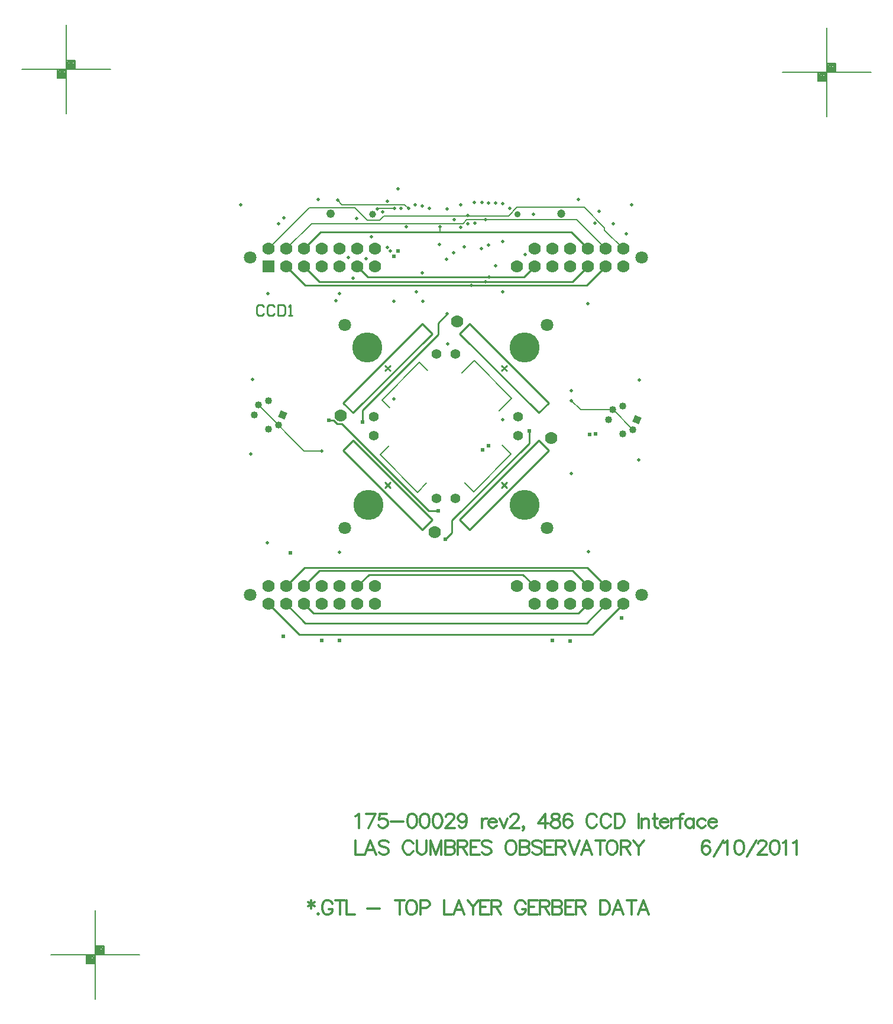
<source format=gtl>
%FSLAX25Y25*%
%MOIN*%
G70*
G01*
G75*
G04 Layer_Physical_Order=1*
G04 Layer_Color=255*
%ADD10C,0.01000*%
%ADD11C,0.00787*%
%ADD12C,0.00984*%
%ADD13C,0.00800*%
%ADD14C,0.01201*%
%ADD15C,0.01201*%
%ADD16C,0.01200*%
%ADD17P,0.05657X4X202.5*%
%ADD18C,0.04000*%
%ADD19C,0.07000*%
%ADD20R,0.07000X0.07000*%
%ADD21C,0.05512*%
%ADD22C,0.03543*%
%ADD23C,0.03937*%
%ADD24C,0.07087*%
%ADD25C,0.16929*%
%ADD26C,0.04724*%
%ADD27C,0.04807*%
%ADD28C,0.02400*%
%ADD29C,0.02000*%
D10*
X153537Y154915D02*
X156321Y157699D01*
X153537D02*
X156321Y154915D01*
X135442Y181362D02*
X179984Y136820D01*
X174416Y131252D02*
X179984Y136820D01*
X129874Y175794D02*
X174416Y131252D01*
X129874Y175794D02*
X135442Y181362D01*
X153537Y91935D02*
X156321Y89151D01*
X153537D02*
X156321Y91935D01*
X135442Y65488D02*
X179984Y110030D01*
X129874Y71056D02*
X135442Y65488D01*
X129874Y71056D02*
X174416Y115598D01*
X179984Y110030D01*
X87773Y89151D02*
X90557Y91935D01*
X87773D02*
X90557Y89151D01*
X64110Y110030D02*
X108652Y65488D01*
X64110Y110030D02*
X69678Y115598D01*
X114220Y71056D01*
X108652Y65488D02*
X114220Y71056D01*
X87773Y157699D02*
X90557Y154915D01*
X87773D02*
X90557Y157699D01*
X64110Y136820D02*
X108653Y181362D01*
X114220Y175794D01*
X69678Y131252D02*
X114220Y175794D01*
X64110Y136820D02*
X69678Y131252D01*
X19399Y191198D02*
X18399Y192198D01*
X16400D01*
X15400Y191198D01*
Y187200D01*
X16400Y186200D01*
X18399D01*
X19399Y187200D01*
X25397Y191198D02*
X24397Y192198D01*
X22398D01*
X21398Y191198D01*
Y187200D01*
X22398Y186200D01*
X24397D01*
X25397Y187200D01*
X27396Y192198D02*
Y186200D01*
X30395D01*
X31395Y187200D01*
Y191198D01*
X30395Y192198D01*
X27396D01*
X33394Y186200D02*
X35394D01*
X34394D01*
Y192198D01*
X33394Y191198D01*
D11*
X152110Y132452D02*
X159181Y139523D01*
X137968Y160737D02*
X159181Y139523D01*
X130897Y153666D02*
X137968Y160737D01*
X84913Y107721D02*
X106126Y86507D01*
X84913Y107721D02*
X89996Y112804D01*
X106126Y86507D02*
X111209Y91591D01*
X85958Y138517D02*
X107172Y159731D01*
X85958Y138517D02*
X90488Y133988D01*
X107172Y159731D02*
X111701Y155201D01*
X137632Y86844D02*
X158845Y108057D01*
X153801Y113101D02*
X158845Y108057D01*
X132776Y91700D02*
X137632Y86844D01*
X132776Y91700D02*
Y92076D01*
D12*
X125492Y70570D02*
X169147Y114225D01*
X125492Y63870D02*
Y70570D01*
X121847Y60225D02*
X125492Y63870D01*
X117647Y175525D02*
Y181825D01*
X74947Y132825D02*
X117647Y175525D01*
X74947Y126225D02*
Y132825D01*
X169147Y114225D02*
Y121125D01*
X112447Y76025D02*
X117847D01*
X55947Y127125D02*
X58624D01*
X60718Y125031D01*
X63441D01*
X112447Y76025D01*
X196852Y18425D02*
X202049Y23622D01*
X47246Y18425D02*
X196852D01*
X42049Y23622D02*
X47246Y18425D01*
X22049Y23622D02*
X39346Y6325D01*
X204752D01*
X222049Y23622D01*
X32049D02*
X42846Y12825D01*
X201252D01*
X212049Y23622D01*
X42049Y223622D02*
X51452Y233025D01*
X192646D02*
X202049Y223622D01*
X82049Y213622D02*
X82852Y214425D01*
X51452Y233025D02*
X118700D01*
X192646D01*
X72049Y33622D02*
X78652Y40225D01*
X165446D01*
X172049Y33622D01*
X42049D02*
X50727Y42300D01*
X193371D01*
X202049Y33622D01*
X32049D02*
X42527Y44100D01*
X201571D01*
X212049Y33622D01*
X42049Y213622D02*
X50771Y204900D01*
X193327D02*
X202049Y213622D01*
X32049D02*
X42571Y203100D01*
X201527D02*
X212049Y213622D01*
X72049D02*
X78071Y207600D01*
X166027D02*
X172049Y213622D01*
X78071Y207600D02*
X146300D01*
X166027D01*
X50771Y204900D02*
X193327D01*
X42571Y203100D02*
X201527D01*
X117647Y181825D02*
X122747Y186925D01*
D13*
X118700Y233025D02*
Y236000D01*
X42200Y109800D02*
X51900D01*
X32049Y223622D02*
X46227Y237800D01*
X131600D01*
X133700Y239900D01*
X195771D02*
X212049Y223622D01*
X211500Y234171D02*
X222049Y223622D01*
X211500Y234171D02*
Y235500D01*
X200100Y246900D02*
X211500Y235500D01*
X162100Y246900D02*
X200100D01*
X157300Y242100D02*
X162100Y246900D01*
X84600Y239700D02*
X87000Y242100D01*
X77700Y239700D02*
X84600D01*
X70700Y246700D02*
X77700Y239700D01*
X45127Y246700D02*
X70700D01*
X22049Y223622D02*
X45127Y246700D01*
X87000Y242100D02*
X157300D01*
X133700Y239900D02*
X195771D01*
X98857Y248500D02*
X100900Y246457D01*
X63400Y248500D02*
X98857D01*
X60900Y251000D02*
X63400Y248500D01*
X83920Y246520D02*
X93020D01*
X83500Y246100D02*
X83920Y246520D01*
X216300Y132900D02*
X227500Y121700D01*
X192600Y138212D02*
X197912Y132900D01*
X216100D01*
X16400Y135600D02*
X42200Y109800D01*
X-100500Y-173800D02*
X-50500D01*
X-75500Y-198800D02*
Y-148800D01*
X-70500Y-173800D02*
Y-168800D01*
X-75500D02*
X-70500D01*
X-80500Y-178800D02*
Y-173800D01*
Y-178800D02*
X-75500D01*
X-80000Y-174300D02*
X-76000D01*
X-80000Y-178300D02*
Y-174300D01*
Y-178300D02*
X-76000D01*
Y-174300D01*
X-79500Y-174800D02*
X-76500D01*
X-79500Y-177800D02*
Y-174800D01*
Y-177800D02*
X-76500D01*
Y-175300D01*
X-79000D02*
X-77000D01*
X-79000Y-177300D02*
Y-175300D01*
Y-177300D02*
X-77000D01*
Y-175800D01*
X-78500D02*
X-77500D01*
X-78500Y-176800D02*
Y-175800D01*
Y-176800D02*
X-77500D01*
Y-175800D01*
X-78500Y-176300D02*
X-77500D01*
X-75000Y-169300D02*
X-71000D01*
X-75000Y-173300D02*
Y-169300D01*
Y-173300D02*
X-71000D01*
Y-169300D01*
X-74500Y-169800D02*
X-71500D01*
X-74500Y-172800D02*
Y-169800D01*
Y-172800D02*
X-71500D01*
Y-170300D01*
X-74000D02*
X-72000D01*
X-74000Y-172300D02*
Y-170300D01*
Y-172300D02*
X-72000D01*
Y-170800D01*
X-73500D02*
X-72500D01*
X-73500Y-171800D02*
Y-170800D01*
Y-171800D02*
X-72500D01*
Y-170800D01*
X-73500Y-171300D02*
X-72500D01*
X-116900Y324700D02*
X-66900D01*
X-91900Y299700D02*
Y349700D01*
X-86900Y324700D02*
Y329700D01*
X-91900D02*
X-86900D01*
X-96900Y319700D02*
Y324700D01*
Y319700D02*
X-91900D01*
X-96400Y324200D02*
X-92400D01*
X-96400Y320200D02*
Y324200D01*
Y320200D02*
X-92400D01*
Y324200D01*
X-95900Y323700D02*
X-92900D01*
X-95900Y320700D02*
Y323700D01*
Y320700D02*
X-92900D01*
Y323200D01*
X-95400D02*
X-93400D01*
X-95400Y321200D02*
Y323200D01*
Y321200D02*
X-93400D01*
Y322700D01*
X-94900D02*
X-93900D01*
X-94900Y321700D02*
Y322700D01*
Y321700D02*
X-93900D01*
Y322700D01*
X-94900Y322200D02*
X-93900D01*
X-91400Y329200D02*
X-87400D01*
X-91400Y325200D02*
Y329200D01*
Y325200D02*
X-87400D01*
Y329200D01*
X-90900Y328700D02*
X-87900D01*
X-90900Y325700D02*
Y328700D01*
Y325700D02*
X-87900D01*
Y328200D01*
X-90400D02*
X-88400D01*
X-90400Y326200D02*
Y328200D01*
Y326200D02*
X-88400D01*
Y327700D01*
X-89900D02*
X-88900D01*
X-89900Y326700D02*
Y327700D01*
Y326700D02*
X-88900D01*
Y327700D01*
X-89900Y327200D02*
X-88900D01*
X311700Y323100D02*
X361700D01*
X336700Y298100D02*
Y348100D01*
X341700Y323100D02*
Y328100D01*
X336700D02*
X341700D01*
X331700Y318100D02*
Y323100D01*
Y318100D02*
X336700D01*
X332200Y322600D02*
X336200D01*
X332200Y318600D02*
Y322600D01*
Y318600D02*
X336200D01*
Y322600D01*
X332700Y322100D02*
X335700D01*
X332700Y319100D02*
Y322100D01*
Y319100D02*
X335700D01*
Y321600D01*
X333200D02*
X335200D01*
X333200Y319600D02*
Y321600D01*
Y319600D02*
X335200D01*
Y321100D01*
X333700D02*
X334700D01*
X333700Y320100D02*
Y321100D01*
Y320100D02*
X334700D01*
Y321100D01*
X333700Y320600D02*
X334700D01*
X337200Y327600D02*
X341200D01*
X337200Y323600D02*
Y327600D01*
Y323600D02*
X341200D01*
Y327600D01*
X337700Y327100D02*
X340700D01*
X337700Y324100D02*
Y327100D01*
Y324100D02*
X340700D01*
Y326600D01*
X338200D02*
X340200D01*
X338200Y324600D02*
Y326600D01*
Y324600D02*
X340200D01*
Y326100D01*
X338700D02*
X339700D01*
X338700Y325100D02*
Y326100D01*
Y325100D02*
X339700D01*
Y326100D01*
X338700Y325600D02*
X339700D01*
D14*
X46196Y-143281D02*
Y-147852D01*
X44291Y-144424D02*
X48100Y-146709D01*
Y-144424D02*
X44291Y-146709D01*
X50119Y-150518D02*
X49738Y-150899D01*
X50119Y-151279D01*
X50499Y-150899D01*
X50119Y-150518D01*
X57965Y-145186D02*
X57584Y-144424D01*
X56822Y-143662D01*
X56060Y-143281D01*
X54537D01*
X53775Y-143662D01*
X53013Y-144424D01*
X52632Y-145186D01*
X52251Y-146328D01*
Y-148232D01*
X52632Y-149375D01*
X53013Y-150137D01*
X53775Y-150899D01*
X54537Y-151279D01*
X56060D01*
X56822Y-150899D01*
X57584Y-150137D01*
X57965Y-149375D01*
Y-148232D01*
X56060D02*
X57965D01*
X62459Y-143281D02*
Y-151279D01*
X59793Y-143281D02*
X65125D01*
X66077D02*
Y-151279D01*
X70648D01*
X77808Y-147852D02*
X84664D01*
X95976Y-143281D02*
Y-151279D01*
X93309Y-143281D02*
X98642D01*
X101879D02*
X101117Y-143662D01*
X100356Y-144424D01*
X99975Y-145186D01*
X99594Y-146328D01*
Y-148232D01*
X99975Y-149375D01*
X100356Y-150137D01*
X101117Y-150899D01*
X101879Y-151279D01*
X103402D01*
X104164Y-150899D01*
X104926Y-150137D01*
X105307Y-149375D01*
X105688Y-148232D01*
Y-146328D01*
X105307Y-145186D01*
X104926Y-144424D01*
X104164Y-143662D01*
X103402Y-143281D01*
X101879D01*
X107554Y-147471D02*
X110982D01*
X112124Y-147090D01*
X112505Y-146709D01*
X112886Y-145947D01*
Y-144805D01*
X112505Y-144043D01*
X112124Y-143662D01*
X110982Y-143281D01*
X107554D01*
Y-151279D01*
X120961Y-143281D02*
Y-151279D01*
X125531D01*
X132501D02*
X129454Y-143281D01*
X126407Y-151279D01*
X127550Y-148613D02*
X131358D01*
X134367Y-143281D02*
X137414Y-147090D01*
Y-151279D01*
X140461Y-143281D02*
X137414Y-147090D01*
X146441Y-143281D02*
X141490D01*
Y-151279D01*
X146441D01*
X141490Y-147090D02*
X144536D01*
X147774Y-143281D02*
Y-151279D01*
Y-143281D02*
X151202D01*
X152344Y-143662D01*
X152725Y-144043D01*
X153106Y-144805D01*
Y-145566D01*
X152725Y-146328D01*
X152344Y-146709D01*
X151202Y-147090D01*
X147774D01*
X150440D02*
X153106Y-151279D01*
X166894Y-145186D02*
X166513Y-144424D01*
X165751Y-143662D01*
X164989Y-143281D01*
X163466D01*
X162704Y-143662D01*
X161942Y-144424D01*
X161561Y-145186D01*
X161181Y-146328D01*
Y-148232D01*
X161561Y-149375D01*
X161942Y-150137D01*
X162704Y-150899D01*
X163466Y-151279D01*
X164989D01*
X165751Y-150899D01*
X166513Y-150137D01*
X166894Y-149375D01*
Y-148232D01*
X164989D02*
X166894D01*
X173673Y-143281D02*
X168722D01*
Y-151279D01*
X173673D01*
X168722Y-147090D02*
X171769D01*
X175006Y-143281D02*
Y-151279D01*
Y-143281D02*
X178434D01*
X179577Y-143662D01*
X179957Y-144043D01*
X180338Y-144805D01*
Y-145566D01*
X179957Y-146328D01*
X179577Y-146709D01*
X178434Y-147090D01*
X175006D01*
X177672D02*
X180338Y-151279D01*
X182129Y-143281D02*
Y-151279D01*
Y-143281D02*
X185556D01*
X186699Y-143662D01*
X187080Y-144043D01*
X187461Y-144805D01*
Y-145566D01*
X187080Y-146328D01*
X186699Y-146709D01*
X185556Y-147090D01*
X182129D02*
X185556D01*
X186699Y-147471D01*
X187080Y-147852D01*
X187461Y-148613D01*
Y-149756D01*
X187080Y-150518D01*
X186699Y-150899D01*
X185556Y-151279D01*
X182129D01*
X194202Y-143281D02*
X189251D01*
Y-151279D01*
X194202D01*
X189251Y-147090D02*
X192298D01*
X195535Y-143281D02*
Y-151279D01*
Y-143281D02*
X198963D01*
X200106Y-143662D01*
X200486Y-144043D01*
X200867Y-144805D01*
Y-145566D01*
X200486Y-146328D01*
X200106Y-146709D01*
X198963Y-147090D01*
X195535D01*
X198201D02*
X200867Y-151279D01*
X208942Y-143281D02*
Y-151279D01*
Y-143281D02*
X211608D01*
X212751Y-143662D01*
X213512Y-144424D01*
X213893Y-145186D01*
X214274Y-146328D01*
Y-148232D01*
X213893Y-149375D01*
X213512Y-150137D01*
X212751Y-150899D01*
X211608Y-151279D01*
X208942D01*
X222158D02*
X219111Y-143281D01*
X216064Y-151279D01*
X217207Y-148613D02*
X221015D01*
X226690Y-143281D02*
Y-151279D01*
X224024Y-143281D02*
X229356D01*
X236403Y-151279D02*
X233356Y-143281D01*
X230309Y-151279D01*
X231451Y-148613D02*
X235260D01*
D15*
X71020Y-109455D02*
Y-117454D01*
X75590D01*
X82560D02*
X79513Y-109455D01*
X76466Y-117454D01*
X77609Y-114787D02*
X81417D01*
X89758Y-110598D02*
X88997Y-109836D01*
X87854Y-109455D01*
X86331D01*
X85188Y-109836D01*
X84426Y-110598D01*
Y-111360D01*
X84807Y-112121D01*
X85188Y-112502D01*
X85950Y-112883D01*
X88235Y-113645D01*
X88997Y-114026D01*
X89378Y-114407D01*
X89758Y-115168D01*
Y-116311D01*
X88997Y-117073D01*
X87854Y-117454D01*
X86331D01*
X85188Y-117073D01*
X84426Y-116311D01*
X103546Y-111360D02*
X103165Y-110598D01*
X102403Y-109836D01*
X101642Y-109455D01*
X100118D01*
X99356Y-109836D01*
X98595Y-110598D01*
X98214Y-111360D01*
X97833Y-112502D01*
Y-114407D01*
X98214Y-115549D01*
X98595Y-116311D01*
X99356Y-117073D01*
X100118Y-117454D01*
X101642D01*
X102403Y-117073D01*
X103165Y-116311D01*
X103546Y-115549D01*
X105793Y-109455D02*
Y-115168D01*
X106174Y-116311D01*
X106936Y-117073D01*
X108078Y-117454D01*
X108840D01*
X109983Y-117073D01*
X110745Y-116311D01*
X111125Y-115168D01*
Y-109455D01*
X113334D02*
Y-117454D01*
Y-109455D02*
X116381Y-117454D01*
X119428Y-109455D02*
X116381Y-117454D01*
X119428Y-109455D02*
Y-117454D01*
X121714Y-109455D02*
Y-117454D01*
Y-109455D02*
X125141D01*
X126284Y-109836D01*
X126665Y-110217D01*
X127046Y-110979D01*
Y-111741D01*
X126665Y-112502D01*
X126284Y-112883D01*
X125141Y-113264D01*
X121714D02*
X125141D01*
X126284Y-113645D01*
X126665Y-114026D01*
X127046Y-114787D01*
Y-115930D01*
X126665Y-116692D01*
X126284Y-117073D01*
X125141Y-117454D01*
X121714D01*
X128836Y-109455D02*
Y-117454D01*
Y-109455D02*
X132264D01*
X133406Y-109836D01*
X133787Y-110217D01*
X134168Y-110979D01*
Y-111741D01*
X133787Y-112502D01*
X133406Y-112883D01*
X132264Y-113264D01*
X128836D01*
X131502D02*
X134168Y-117454D01*
X140909Y-109455D02*
X135958D01*
Y-117454D01*
X140909D01*
X135958Y-113264D02*
X139005D01*
X147575Y-110598D02*
X146813Y-109836D01*
X145670Y-109455D01*
X144147D01*
X143004Y-109836D01*
X142243Y-110598D01*
Y-111360D01*
X142623Y-112121D01*
X143004Y-112502D01*
X143766Y-112883D01*
X146051Y-113645D01*
X146813Y-114026D01*
X147194Y-114407D01*
X147575Y-115168D01*
Y-116311D01*
X146813Y-117073D01*
X145670Y-117454D01*
X144147D01*
X143004Y-117073D01*
X142243Y-116311D01*
X157934Y-109455D02*
X157173Y-109836D01*
X156411Y-110598D01*
X156030Y-111360D01*
X155649Y-112502D01*
Y-114407D01*
X156030Y-115549D01*
X156411Y-116311D01*
X157173Y-117073D01*
X157934Y-117454D01*
X159458D01*
X160220Y-117073D01*
X160981Y-116311D01*
X161362Y-115549D01*
X161743Y-114407D01*
Y-112502D01*
X161362Y-111360D01*
X160981Y-110598D01*
X160220Y-109836D01*
X159458Y-109455D01*
X157934D01*
X163609D02*
Y-117454D01*
Y-109455D02*
X167037D01*
X168180Y-109836D01*
X168561Y-110217D01*
X168941Y-110979D01*
Y-111741D01*
X168561Y-112502D01*
X168180Y-112883D01*
X167037Y-113264D01*
X163609D02*
X167037D01*
X168180Y-113645D01*
X168561Y-114026D01*
X168941Y-114787D01*
Y-115930D01*
X168561Y-116692D01*
X168180Y-117073D01*
X167037Y-117454D01*
X163609D01*
X176064Y-110598D02*
X175302Y-109836D01*
X174160Y-109455D01*
X172636D01*
X171493Y-109836D01*
X170732Y-110598D01*
Y-111360D01*
X171113Y-112121D01*
X171493Y-112502D01*
X172255Y-112883D01*
X174540Y-113645D01*
X175302Y-114026D01*
X175683Y-114407D01*
X176064Y-115168D01*
Y-116311D01*
X175302Y-117073D01*
X174160Y-117454D01*
X172636D01*
X171493Y-117073D01*
X170732Y-116311D01*
X182805Y-109455D02*
X177854D01*
Y-117454D01*
X182805D01*
X177854Y-113264D02*
X180901D01*
X184138Y-109455D02*
Y-117454D01*
Y-109455D02*
X187566D01*
X188709Y-109836D01*
X189090Y-110217D01*
X189471Y-110979D01*
Y-111741D01*
X189090Y-112502D01*
X188709Y-112883D01*
X187566Y-113264D01*
X184138D01*
X186804D02*
X189471Y-117454D01*
X191261Y-109455D02*
X194307Y-117454D01*
X197354Y-109455D02*
X194307Y-117454D01*
X204477D02*
X201430Y-109455D01*
X198383Y-117454D01*
X199525Y-114787D02*
X203334D01*
X209009Y-109455D02*
Y-117454D01*
X206343Y-109455D02*
X211675D01*
X214913D02*
X214151Y-109836D01*
X213389Y-110598D01*
X213008Y-111360D01*
X212627Y-112502D01*
Y-114407D01*
X213008Y-115549D01*
X213389Y-116311D01*
X214151Y-117073D01*
X214913Y-117454D01*
X216436D01*
X217198Y-117073D01*
X217960Y-116311D01*
X218340Y-115549D01*
X218721Y-114407D01*
Y-112502D01*
X218340Y-111360D01*
X217960Y-110598D01*
X217198Y-109836D01*
X216436Y-109455D01*
X214913D01*
X220588D02*
Y-117454D01*
Y-109455D02*
X224015D01*
X225158Y-109836D01*
X225539Y-110217D01*
X225920Y-110979D01*
Y-111741D01*
X225539Y-112502D01*
X225158Y-112883D01*
X224015Y-113264D01*
X220588D01*
X223254D02*
X225920Y-117454D01*
X227710Y-109455D02*
X230757Y-113264D01*
Y-117454D01*
X233804Y-109455D02*
X230757Y-113264D01*
X270825Y-110598D02*
X270444Y-109836D01*
X269301Y-109455D01*
X268539D01*
X267397Y-109836D01*
X266635Y-110979D01*
X266254Y-112883D01*
Y-114787D01*
X266635Y-116311D01*
X267397Y-117073D01*
X268539Y-117454D01*
X268920D01*
X270063Y-117073D01*
X270825Y-116311D01*
X271205Y-115168D01*
Y-114787D01*
X270825Y-113645D01*
X270063Y-112883D01*
X268920Y-112502D01*
X268539D01*
X267397Y-112883D01*
X266635Y-113645D01*
X266254Y-114787D01*
X272957Y-118596D02*
X278290Y-109455D01*
X278823Y-110979D02*
X279585Y-110598D01*
X280727Y-109455D01*
Y-117454D01*
X286973Y-109455D02*
X285831Y-109836D01*
X285069Y-110979D01*
X284688Y-112883D01*
Y-114026D01*
X285069Y-115930D01*
X285831Y-117073D01*
X286973Y-117454D01*
X287735D01*
X288878Y-117073D01*
X289639Y-115930D01*
X290020Y-114026D01*
Y-112883D01*
X289639Y-110979D01*
X288878Y-109836D01*
X287735Y-109455D01*
X286973D01*
X291810Y-118596D02*
X297143Y-109455D01*
X298057Y-111360D02*
Y-110979D01*
X298438Y-110217D01*
X298818Y-109836D01*
X299580Y-109455D01*
X301104D01*
X301865Y-109836D01*
X302246Y-110217D01*
X302627Y-110979D01*
Y-111741D01*
X302246Y-112502D01*
X301485Y-113645D01*
X297676Y-117454D01*
X303008D01*
X307083Y-109455D02*
X305941Y-109836D01*
X305179Y-110979D01*
X304798Y-112883D01*
Y-114026D01*
X305179Y-115930D01*
X305941Y-117073D01*
X307083Y-117454D01*
X307845D01*
X308988Y-117073D01*
X309750Y-115930D01*
X310130Y-114026D01*
Y-112883D01*
X309750Y-110979D01*
X308988Y-109836D01*
X307845Y-109455D01*
X307083D01*
X311920Y-110979D02*
X312682Y-110598D01*
X313825Y-109455D01*
Y-117454D01*
X317786Y-110979D02*
X318548Y-110598D01*
X319690Y-109455D01*
Y-117454D01*
D16*
X71020Y-95977D02*
X71781Y-95596D01*
X72924Y-94454D01*
Y-102452D01*
X82217Y-94454D02*
X78409Y-102452D01*
X76885Y-94454D02*
X82217D01*
X88578D02*
X84769D01*
X84388Y-97882D01*
X84769Y-97501D01*
X85912Y-97120D01*
X87054D01*
X88197Y-97501D01*
X88959Y-98262D01*
X89340Y-99405D01*
Y-100167D01*
X88959Y-101309D01*
X88197Y-102071D01*
X87054Y-102452D01*
X85912D01*
X84769Y-102071D01*
X84388Y-101690D01*
X84007Y-100928D01*
X91130Y-99024D02*
X97985D01*
X102632Y-94454D02*
X101489Y-94835D01*
X100728Y-95977D01*
X100347Y-97882D01*
Y-99024D01*
X100728Y-100928D01*
X101489Y-102071D01*
X102632Y-102452D01*
X103394D01*
X104536Y-102071D01*
X105298Y-100928D01*
X105679Y-99024D01*
Y-97882D01*
X105298Y-95977D01*
X104536Y-94835D01*
X103394Y-94454D01*
X102632D01*
X109754D02*
X108612Y-94835D01*
X107850Y-95977D01*
X107469Y-97882D01*
Y-99024D01*
X107850Y-100928D01*
X108612Y-102071D01*
X109754Y-102452D01*
X110516D01*
X111659Y-102071D01*
X112420Y-100928D01*
X112801Y-99024D01*
Y-97882D01*
X112420Y-95977D01*
X111659Y-94835D01*
X110516Y-94454D01*
X109754D01*
X116876D02*
X115734Y-94835D01*
X114972Y-95977D01*
X114591Y-97882D01*
Y-99024D01*
X114972Y-100928D01*
X115734Y-102071D01*
X116876Y-102452D01*
X117638D01*
X118781Y-102071D01*
X119543Y-100928D01*
X119923Y-99024D01*
Y-97882D01*
X119543Y-95977D01*
X118781Y-94835D01*
X117638Y-94454D01*
X116876D01*
X122094Y-96358D02*
Y-95977D01*
X122475Y-95215D01*
X122856Y-94835D01*
X123618Y-94454D01*
X125141D01*
X125903Y-94835D01*
X126284Y-95215D01*
X126665Y-95977D01*
Y-96739D01*
X126284Y-97501D01*
X125522Y-98643D01*
X121714Y-102452D01*
X127046D01*
X133787Y-97120D02*
X133406Y-98262D01*
X132644Y-99024D01*
X131502Y-99405D01*
X131121D01*
X129978Y-99024D01*
X129217Y-98262D01*
X128836Y-97120D01*
Y-96739D01*
X129217Y-95596D01*
X129978Y-94835D01*
X131121Y-94454D01*
X131502D01*
X132644Y-94835D01*
X133406Y-95596D01*
X133787Y-97120D01*
Y-99024D01*
X133406Y-100928D01*
X132644Y-102071D01*
X131502Y-102452D01*
X130740D01*
X129598Y-102071D01*
X129217Y-101309D01*
X142243Y-97120D02*
Y-102452D01*
Y-99405D02*
X142623Y-98262D01*
X143385Y-97501D01*
X144147Y-97120D01*
X145290D01*
X146013Y-99405D02*
X150584D01*
Y-98643D01*
X150203Y-97882D01*
X149822Y-97501D01*
X149060Y-97120D01*
X147917D01*
X147156Y-97501D01*
X146394Y-98262D01*
X146013Y-99405D01*
Y-100167D01*
X146394Y-101309D01*
X147156Y-102071D01*
X147917Y-102452D01*
X149060D01*
X149822Y-102071D01*
X150584Y-101309D01*
X152297Y-97120D02*
X154583Y-102452D01*
X156868Y-97120D02*
X154583Y-102452D01*
X158544Y-96358D02*
Y-95977D01*
X158925Y-95215D01*
X159306Y-94835D01*
X160067Y-94454D01*
X161591D01*
X162353Y-94835D01*
X162733Y-95215D01*
X163114Y-95977D01*
Y-96739D01*
X162733Y-97501D01*
X161972Y-98643D01*
X158163Y-102452D01*
X163495D01*
X166047Y-102071D02*
X165666Y-102452D01*
X165285Y-102071D01*
X165666Y-101690D01*
X166047Y-102071D01*
Y-102833D01*
X165666Y-103595D01*
X165285Y-103975D01*
X177892Y-94454D02*
X174083Y-99786D01*
X179796D01*
X177892Y-94454D02*
Y-102452D01*
X183110Y-94454D02*
X181967Y-94835D01*
X181586Y-95596D01*
Y-96358D01*
X181967Y-97120D01*
X182729Y-97501D01*
X184253Y-97882D01*
X185395Y-98262D01*
X186157Y-99024D01*
X186538Y-99786D01*
Y-100928D01*
X186157Y-101690D01*
X185776Y-102071D01*
X184633Y-102452D01*
X183110D01*
X181967Y-102071D01*
X181586Y-101690D01*
X181206Y-100928D01*
Y-99786D01*
X181586Y-99024D01*
X182348Y-98262D01*
X183491Y-97882D01*
X185014Y-97501D01*
X185776Y-97120D01*
X186157Y-96358D01*
Y-95596D01*
X185776Y-94835D01*
X184633Y-94454D01*
X183110D01*
X192898Y-95596D02*
X192517Y-94835D01*
X191375Y-94454D01*
X190613D01*
X189471Y-94835D01*
X188709Y-95977D01*
X188328Y-97882D01*
Y-99786D01*
X188709Y-101309D01*
X189471Y-102071D01*
X190613Y-102452D01*
X190994D01*
X192137Y-102071D01*
X192898Y-101309D01*
X193279Y-100167D01*
Y-99786D01*
X192898Y-98643D01*
X192137Y-97882D01*
X190994Y-97501D01*
X190613D01*
X189471Y-97882D01*
X188709Y-98643D01*
X188328Y-99786D01*
X207029Y-96358D02*
X206648Y-95596D01*
X205886Y-94835D01*
X205124Y-94454D01*
X203601D01*
X202839Y-94835D01*
X202077Y-95596D01*
X201696Y-96358D01*
X201315Y-97501D01*
Y-99405D01*
X201696Y-100548D01*
X202077Y-101309D01*
X202839Y-102071D01*
X203601Y-102452D01*
X205124D01*
X205886Y-102071D01*
X206648Y-101309D01*
X207029Y-100548D01*
X214989Y-96358D02*
X214608Y-95596D01*
X213846Y-94835D01*
X213085Y-94454D01*
X211561D01*
X210799Y-94835D01*
X210037Y-95596D01*
X209657Y-96358D01*
X209276Y-97501D01*
Y-99405D01*
X209657Y-100548D01*
X210037Y-101309D01*
X210799Y-102071D01*
X211561Y-102452D01*
X213085D01*
X213846Y-102071D01*
X214608Y-101309D01*
X214989Y-100548D01*
X217236Y-94454D02*
Y-102452D01*
Y-94454D02*
X219902D01*
X221045Y-94835D01*
X221806Y-95596D01*
X222187Y-96358D01*
X222568Y-97501D01*
Y-99405D01*
X222187Y-100548D01*
X221806Y-101309D01*
X221045Y-102071D01*
X219902Y-102452D01*
X217236D01*
X230643Y-94454D02*
Y-102452D01*
X232318Y-97120D02*
Y-102452D01*
Y-98643D02*
X233461Y-97501D01*
X234223Y-97120D01*
X235365D01*
X236127Y-97501D01*
X236508Y-98643D01*
Y-102452D01*
X239745Y-94454D02*
Y-100928D01*
X240126Y-102071D01*
X240888Y-102452D01*
X241650D01*
X238603Y-97120D02*
X241269D01*
X242792Y-99405D02*
X247363D01*
Y-98643D01*
X246982Y-97882D01*
X246601Y-97501D01*
X245839Y-97120D01*
X244697D01*
X243935Y-97501D01*
X243173Y-98262D01*
X242792Y-99405D01*
Y-100167D01*
X243173Y-101309D01*
X243935Y-102071D01*
X244697Y-102452D01*
X245839D01*
X246601Y-102071D01*
X247363Y-101309D01*
X249077Y-97120D02*
Y-102452D01*
Y-99405D02*
X249458Y-98262D01*
X250219Y-97501D01*
X250981Y-97120D01*
X252124D01*
X255894Y-94454D02*
X255133D01*
X254371Y-94835D01*
X253990Y-95977D01*
Y-102452D01*
X252847Y-97120D02*
X255514D01*
X261607D02*
Y-102452D01*
Y-98262D02*
X260846Y-97501D01*
X260084Y-97120D01*
X258941D01*
X258180Y-97501D01*
X257418Y-98262D01*
X257037Y-99405D01*
Y-100167D01*
X257418Y-101309D01*
X258180Y-102071D01*
X258941Y-102452D01*
X260084D01*
X260846Y-102071D01*
X261607Y-101309D01*
X268311Y-98262D02*
X267549Y-97501D01*
X266787Y-97120D01*
X265645D01*
X264883Y-97501D01*
X264121Y-98262D01*
X263740Y-99405D01*
Y-100167D01*
X264121Y-101309D01*
X264883Y-102071D01*
X265645Y-102452D01*
X266787D01*
X267549Y-102071D01*
X268311Y-101309D01*
X270025Y-99405D02*
X274595D01*
Y-98643D01*
X274214Y-97882D01*
X273833Y-97501D01*
X273072Y-97120D01*
X271929D01*
X271167Y-97501D01*
X270406Y-98262D01*
X270025Y-99405D01*
Y-100167D01*
X270406Y-101309D01*
X271167Y-102071D01*
X271929Y-102452D01*
X273072D01*
X273833Y-102071D01*
X274595Y-101309D01*
D17*
X30000Y130100D02*
D03*
X229700Y127400D02*
D03*
D18*
X27800Y124400D02*
D03*
X22000Y122000D02*
D03*
X13938Y130000D02*
D03*
X16400Y135600D02*
D03*
X22000Y137900D02*
D03*
X227500Y121700D02*
D03*
X221700Y119300D02*
D03*
X213638Y127300D02*
D03*
X216100Y132900D02*
D03*
X221700Y135200D02*
D03*
D19*
X128482Y182754D02*
D03*
X32049Y213622D02*
D03*
X42049D02*
D03*
X52049D02*
D03*
X62049D02*
D03*
X72049D02*
D03*
X82049D02*
D03*
X162049D02*
D03*
X172049D02*
D03*
X182049D02*
D03*
X192049D02*
D03*
X202049D02*
D03*
X212049D02*
D03*
X222049D02*
D03*
X22049Y223622D02*
D03*
X32049D02*
D03*
X42049D02*
D03*
X52049D02*
D03*
X62049D02*
D03*
X72049D02*
D03*
X82049D02*
D03*
X172049D02*
D03*
X182049D02*
D03*
X192049D02*
D03*
X202049D02*
D03*
X212049D02*
D03*
X222049D02*
D03*
X22049Y33622D02*
D03*
X32049D02*
D03*
X42049D02*
D03*
X52049D02*
D03*
X62049D02*
D03*
X72049D02*
D03*
X82049D02*
D03*
X162049D02*
D03*
X172049D02*
D03*
X182049D02*
D03*
X192049D02*
D03*
X202049D02*
D03*
X212049D02*
D03*
X222049D02*
D03*
X22049Y23622D02*
D03*
X32049D02*
D03*
X42049D02*
D03*
X52049D02*
D03*
X62049D02*
D03*
X72049D02*
D03*
X82049D02*
D03*
X172049D02*
D03*
X182049D02*
D03*
X192049D02*
D03*
X202049D02*
D03*
X212049D02*
D03*
X222049D02*
D03*
X181376Y116990D02*
D03*
X115612Y64096D02*
D03*
X62718Y129860D02*
D03*
D20*
X22049Y213622D02*
D03*
D21*
X127362Y164272D02*
D03*
X162717Y128917D02*
D03*
X81377Y118327D02*
D03*
X116733Y82972D02*
D03*
X81397Y128937D02*
D03*
X116753Y164292D02*
D03*
X127362Y82972D02*
D03*
X162717Y118327D02*
D03*
D22*
X162508Y242913D02*
D03*
D23*
X80618D02*
D03*
D24*
X232283Y28622D02*
D03*
X11811D02*
D03*
X232283Y218622D02*
D03*
X179134Y180709D02*
D03*
Y66535D02*
D03*
X64961D02*
D03*
X11811Y218622D02*
D03*
X64961Y180709D02*
D03*
D25*
X78240Y79527D02*
D03*
X166339Y79331D02*
D03*
X77756Y167913D02*
D03*
X166339D02*
D03*
D26*
X187008Y243307D02*
D03*
D27*
X57087D02*
D03*
D28*
X74947Y126225D02*
D03*
X55947Y127125D02*
D03*
X117847Y76025D02*
D03*
X121847Y60225D02*
D03*
X169147Y121125D02*
D03*
X34350Y52362D02*
D03*
X30413Y5413D02*
D03*
X220965Y15748D02*
D03*
X182047Y2953D02*
D03*
X192047Y2854D02*
D03*
X52047Y3150D02*
D03*
X62047Y2953D02*
D03*
X206300Y119300D02*
D03*
X203000Y119000D02*
D03*
X95000Y222400D02*
D03*
X142800Y110500D02*
D03*
X92700Y219400D02*
D03*
X145900Y112600D02*
D03*
D29*
X123100Y170100D02*
D03*
X90700Y222300D02*
D03*
X89100Y224400D02*
D03*
X118700Y236000D02*
D03*
X61900Y52800D02*
D03*
X21400Y58100D02*
D03*
X62100Y198400D02*
D03*
X21600D02*
D03*
X51900Y109800D02*
D03*
X104831Y248500D02*
D03*
X112600Y246400D02*
D03*
X109000Y194200D02*
D03*
X6300Y248400D02*
D03*
X92600Y139100D02*
D03*
Y193900D02*
D03*
X96800Y246300D02*
D03*
X226700Y248300D02*
D03*
X105400Y199500D02*
D03*
X154000Y199400D02*
D03*
Y127500D02*
D03*
X192700Y143839D02*
D03*
Y96922D02*
D03*
X146100Y225600D02*
D03*
X146300Y207600D02*
D03*
X146100Y249500D02*
D03*
X144300Y205000D02*
D03*
X138200Y249600D02*
D03*
X136500Y203000D02*
D03*
X134358Y237800D02*
D03*
X27800D02*
D03*
X154100Y249000D02*
D03*
X196700Y251500D02*
D03*
X142232Y249700D02*
D03*
X142200Y223622D02*
D03*
X150100Y249300D02*
D03*
Y213900D02*
D03*
X154043Y227756D02*
D03*
X89083Y250525D02*
D03*
X122600Y246200D02*
D03*
X157900Y246400D02*
D03*
X126300Y221400D02*
D03*
X166600Y220400D02*
D03*
X130500Y248300D02*
D03*
X86400Y244400D02*
D03*
X122300Y217600D02*
D03*
X77022Y217922D02*
D03*
X71700Y240800D02*
D03*
X126600Y240200D02*
D03*
X67200Y218600D02*
D03*
X138300Y238000D02*
D03*
X206200D02*
D03*
X130400Y235700D02*
D03*
X216400Y237700D02*
D03*
X134400Y242300D02*
D03*
X144300Y240100D02*
D03*
X94988Y257461D02*
D03*
X100900Y246457D02*
D03*
X60900Y251000D02*
D03*
X108700Y247800D02*
D03*
Y210200D02*
D03*
X69600Y207200D02*
D03*
X93020Y246520D02*
D03*
X83500Y246100D02*
D03*
X80100Y230300D02*
D03*
X192600Y138212D02*
D03*
X230800Y104700D02*
D03*
X230900Y149642D02*
D03*
X223600Y232000D02*
D03*
X208400Y244800D02*
D03*
X171300Y243200D02*
D03*
X50047Y251300D02*
D03*
X30600Y241000D02*
D03*
X60200Y194500D02*
D03*
X13000Y150200D02*
D03*
X12200Y108200D02*
D03*
X202500Y52900D02*
D03*
X201900Y192600D02*
D03*
X132390Y224800D02*
D03*
X118300Y225900D02*
D03*
X99700Y236000D02*
D03*
X122547Y187125D02*
D03*
M02*

</source>
